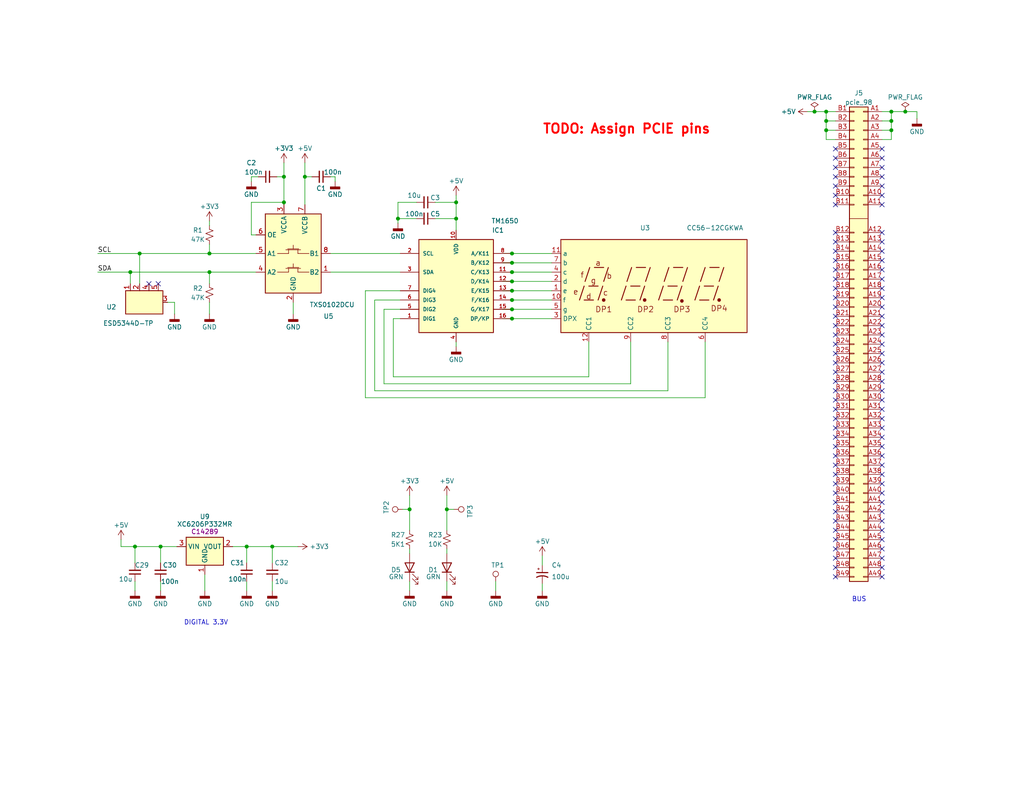
<source format=kicad_sch>
(kicad_sch (version 20230121) (generator eeschema)
  (paper "USLetter")
  (title_block (title "DISPLAY BOARD") (rev "0.2"))
  (lib_symbols
    (symbol "Device:C_Polarized_Small_US" (pin_numbers hide) (pin_names (offset 0.254) hide)
      (property "Reference" "C" (at 0.254 1.778 0))
      (property "Value" "C_Polarized_Small_US" (at 0.254 -2.032 0))
      (symbol "C_Polarized_Small_US_0_1"
        (polyline (pts (xy -1.524 0.508) (xy 1.524 0.508)) (stroke (width 0.3048)))
        (polyline (pts (xy -1.27 1.524) (xy -0.762 1.524)))
        (polyline (pts (xy -1.016 1.27) (xy -1.016 1.778)))
        (arc (start 1.524 -0.762) (mid 0 -0.3734) (end -1.524 -0.762) (stroke (width 0.3048)))
      )
      (symbol "C_Polarized_Small_US_1_1"
        (pin passive line (at 0 2.54 270) (length 2.032) (name "~") (number "1"))
        (pin passive line (at 0 -2.54 90) (length 2.032) (name "~") (number "2"))
      )
    )
    (symbol "Device:C_Small" (pin_numbers hide) (pin_names (offset 0.254) hide)
      (property "Reference" "C" (at 0.254 1.778 0))
      (property "Value" "C_Small" (at 0.254 -2.032 0))
      (symbol "C_Small_0_1"
        (polyline (pts (xy -1.524 -0.508) (xy 1.524 -0.508)) (stroke (width 0.3302)))
        (polyline (pts (xy -1.524 0.508) (xy 1.524 0.508)) (stroke (width 0.3048)))
      )
      (symbol "C_Small_1_1"
        (pin passive line (at 0 2.54 270) (length 2.032) (name "~") (number "1"))
        (pin passive line (at 0 -2.54 90) (length 2.032) (name "~") (number "2"))
      )
    )
    (symbol "Device:LED" (pin_numbers hide) (pin_names (offset 1.016) hide)
      (property "Reference" "D" (at 0 2.54 0))
      (property "Value" "LED" (at 0 -2.54 0))
      (symbol "LED_0_1"
        (polyline (pts (xy -1.27 -1.27) (xy -1.27 1.27)) (stroke (width 0.254)))
        (polyline (pts (xy -1.27 0) (xy 1.27 0)))
        (polyline (pts (xy 1.27 -1.27) (xy 1.27 1.27) (xy -1.27 0) (xy 1.27 -1.27)) (stroke (width 0.254)))
        (polyline (pts (xy -3.048 -0.762) (xy -4.572 -2.286) (xy -3.81 -2.286) (xy -4.572 -2.286) (xy -4.572 -1.524)))
        (polyline (pts (xy -1.778 -0.762) (xy -3.302 -2.286) (xy -2.54 -2.286) (xy -3.302 -2.286) (xy -3.302 -1.524)))
      )
      (symbol "LED_1_1"
        (pin passive line (at -3.81 0 0) (length 2.54) (name "K") (number "1"))
        (pin passive line (at 3.81 0 180) (length 2.54) (name "A") (number "2"))
      )
    )
    (symbol "Device:R_Small_US" (pin_numbers hide) (pin_names (offset 0.254) hide)
      (property "Reference" "R" (at 0.762 0.508 0))
      (property "Value" "R_Small_US" (at 0.762 -1.016 0))
      (symbol "R_Small_US_1_1"
        (polyline (pts (xy 0 0) (xy 1.016 -0.381) (xy 0 -0.762) (xy -1.016 -1.143) (xy 0 -1.524)))
        (polyline (pts (xy 0 1.524) (xy 1.016 1.143) (xy 0 0.762) (xy -1.016 0.381) (xy 0 0)))
        (pin passive line (at 0 2.54 270) (length 1.016) (name "~") (number "1"))
        (pin passive line (at 0 -2.54 90) (length 1.016) (name "~") (number "2"))
      )
    )
    (symbol "ESD5344D_1" (pin_names hide)
      (property "Reference" "U" (at -2.54 7.62 0))
      (property "Value" "esd_x4" (at 0 7.62 0))
      (symbol "ESD5344D_1_0_1"
        (rectangle (start -3.175 6.35) (end 3.175 -3.81) (stroke (width 0.254)) (fill (type background)))
      )
      (symbol "ESD5344D_1_1_1"
        (pin passive line (at -5.08 5.08 0) (length 1.905) (name "D1") (number "1"))
        (pin passive line (at -5.08 2.54 0) (length 1.905) (name "D2") (number "2"))
        (pin power_in line (at 0 -5.08 90) (length 1.27) (name "GND") (number "3"))
        (pin passive line (at -5.08 0 0) (length 1.905) (name "D3") (number "4"))
        (pin passive line (at -5.08 -2.54 0) (length 1.905) (name "D4") (number "5"))
      )
    )
    (symbol "common:GND" (power) (pin_names (offset 0))
      (property "Value" "GND" (at 0 -3.175 0))
      (symbol "GND_0_1"
        (rectangle (start -1.27 -1.524) (end 1.27 -2.032) (stroke (width 0.254)) (fill (type outline)))
        (polyline (pts (xy 0 0) (xy 0 -1.524)))
      )
      (symbol "GND_1_1"
        (pin power_in line (at 0 0 270) (length 0) hide (name "GND") (number "1"))
      )
    )
    (symbol "common:PCIE_98_EDGE" (pin_names (offset 1.016) hide)
      (property "Reference" "J" (at 1.27 40.64 0))
      (property "Value" "pcie_98" (at 20.32 44.45 0))
      (symbol "PCIE_98_EDGE_0_1"
        (polyline (pts (xy 3.81 8.89) (xy -1.27 8.89)))
      )
      (symbol "PCIE_98_EDGE_1_1"
        (rectangle (start -1.27 -89.027) (end 0 -88.773) (stroke (width 0.1524)))
        (rectangle (start -1.27 -86.487) (end 0 -86.233) (stroke (width 0.1524)))
        (rectangle (start -1.27 -83.947) (end 0 -83.693) (stroke (width 0.1524)))
        (rectangle (start -1.27 -81.407) (end 0 -81.153) (stroke (width 0.1524)))
        (rectangle (start -1.27 -78.867) (end 0 -78.613) (stroke (width 0.1524)))
        (rectangle (start -1.27 -76.327) (end 0 -76.073) (stroke (width 0.1524)))
        (rectangle (start -1.27 -73.787) (end 0 -73.533) (stroke (width 0.1524)))
        (rectangle (start -1.27 -71.247) (end 0 -70.993) (stroke (width 0.1524)))
        (rectangle (start -1.27 -68.707) (end 0 -68.453) (stroke (width 0.1524)))
        (rectangle (start -1.27 -66.167) (end 0 -65.913) (stroke (width 0.1524)))
        (rectangle (start -1.27 -63.627) (end 0 -63.373) (stroke (width 0.1524)))
        (rectangle (start -1.27 -61.087) (end 0 -60.833) (stroke (width 0.1524)))
        (rectangle (start -1.27 -58.547) (end 0 -58.293) (stroke (width 0.1524)))
        (rectangle (start -1.27 -56.007) (end 0 -55.753) (stroke (width 0.1524)))
        (rectangle (start -1.27 -53.467) (end 0 -53.213) (stroke (width 0.1524)))
        (rectangle (start -1.27 -50.927) (end 0 -50.673) (stroke (width 0.1524)))
        (rectangle (start -1.27 -48.387) (end 0 -48.133) (stroke (width 0.1524)))
        (rectangle (start -1.27 -17.653) (end 0 -17.907) (stroke (width 0.1524)))
        (rectangle (start -1.27 -15.113) (end 0 -15.367) (stroke (width 0.1524)))
        (rectangle (start -1.27 -12.573) (end 0 -12.827) (stroke (width 0.1524)))
        (rectangle (start -1.27 5.207) (end 0 4.953) (stroke (width 0.1524)))
        (rectangle (start -1.27 12.827) (end 0 12.573) (stroke (width 0.1524)))
        (rectangle (start -1.27 38.227) (end 0 37.973) (stroke (width 0.1524)))
        (rectangle (start -1.27 39.37) (end 3.81 -90.17) (stroke (width 0.254)) (fill (type background)))
        (rectangle (start 0 -45.847) (end -1.27 -45.593) (stroke (width 0.1524)))
        (rectangle (start 0 -43.307) (end -1.27 -43.053) (stroke (width 0.1524)))
        (rectangle (start 0 -40.767) (end -1.27 -40.513) (stroke (width 0.1524)))
        (rectangle (start 0 -38.227) (end -1.27 -37.973) (stroke (width 0.1524)))
        (rectangle (start 0 -35.687) (end -1.27 -35.433) (stroke (width 0.1524)))
        (rectangle (start 0 -33.147) (end -1.27 -32.893) (stroke (width 0.1524)))
        (rectangle (start 0 -30.607) (end -1.27 -30.353) (stroke (width 0.1524)))
        (rectangle (start 0 -28.067) (end -1.27 -27.813) (stroke (width 0.1524)))
        (rectangle (start 0 -25.527) (end -1.27 -25.273) (stroke (width 0.1524)))
        (rectangle (start 0 -22.987) (end -1.27 -22.733) (stroke (width 0.1524)))
        (rectangle (start 0 -20.447) (end -1.27 -20.193) (stroke (width 0.1524)))
        (rectangle (start 0 -10.287) (end -1.27 -10.033) (stroke (width 0.1524)))
        (rectangle (start 0 -7.747) (end -1.27 -7.493) (stroke (width 0.1524)))
        (rectangle (start 0 -5.207) (end -1.27 -4.953) (stroke (width 0.1524)))
        (rectangle (start 0 -2.667) (end -1.27 -2.413) (stroke (width 0.1524)))
        (rectangle (start 0 -0.127) (end -1.27 0.127) (stroke (width 0.1524)))
        (rectangle (start 0 2.413) (end -1.27 2.667) (stroke (width 0.1524)))
        (rectangle (start 0 15.113) (end -1.27 15.367) (stroke (width 0.1524)))
        (rectangle (start 0 17.653) (end -1.27 17.907) (stroke (width 0.1524)))
        (rectangle (start 0 20.193) (end -1.27 20.447) (stroke (width 0.1524)))
        (rectangle (start 0 22.733) (end -1.27 22.987) (stroke (width 0.1524)))
        (rectangle (start 0 25.273) (end -1.27 25.527) (stroke (width 0.1524)))
        (rectangle (start 0 27.813) (end -1.27 28.067) (stroke (width 0.1524)))
        (rectangle (start 0 30.353) (end -1.27 30.607) (stroke (width 0.1524)))
        (rectangle (start 0 32.893) (end -1.27 33.147) (stroke (width 0.1524)))
        (rectangle (start 0 35.433) (end -1.27 35.687) (stroke (width 0.1524)))
        (rectangle (start 2.54 -89.027) (end 3.81 -88.773) (stroke (width 0.1524)))
        (rectangle (start 2.54 -86.487) (end 3.81 -86.233) (stroke (width 0.1524)))
        (rectangle (start 2.54 -83.947) (end 3.81 -83.693) (stroke (width 0.1524)))
        (rectangle (start 2.54 -81.407) (end 3.81 -81.153) (stroke (width 0.1524)))
        (rectangle (start 2.54 -78.867) (end 3.81 -78.613) (stroke (width 0.1524)))
        (rectangle (start 2.54 -76.327) (end 3.81 -76.073) (stroke (width 0.1524)))
        (rectangle (start 2.54 -73.787) (end 3.81 -73.533) (stroke (width 0.1524)))
        (rectangle (start 2.54 -71.247) (end 3.81 -70.993) (stroke (width 0.1524)))
        (rectangle (start 2.54 -68.707) (end 3.81 -68.453) (stroke (width 0.1524)))
        (rectangle (start 2.54 -66.167) (end 3.81 -65.913) (stroke (width 0.1524)))
        (rectangle (start 2.54 -63.627) (end 3.81 -63.373) (stroke (width 0.1524)))
        (rectangle (start 2.54 -61.087) (end 3.81 -60.833) (stroke (width 0.1524)))
        (rectangle (start 2.54 -58.547) (end 3.81 -58.293) (stroke (width 0.1524)))
        (rectangle (start 2.54 -56.007) (end 3.81 -55.753) (stroke (width 0.1524)))
        (rectangle (start 2.54 -53.467) (end 3.81 -53.213) (stroke (width 0.1524)))
        (rectangle (start 2.54 -50.927) (end 3.81 -50.673) (stroke (width 0.1524)))
        (rectangle (start 2.54 -48.387) (end 3.81 -48.133) (stroke (width 0.1524)))
        (rectangle (start 2.54 -45.847) (end 3.81 -45.593) (stroke (width 0.1524)))
        (rectangle (start 2.54 -43.307) (end 3.81 -43.053) (stroke (width 0.1524)))
        (rectangle (start 2.54 -40.767) (end 3.81 -40.513) (stroke (width 0.1524)))
        (rectangle (start 2.54 -38.227) (end 3.81 -37.973) (stroke (width 0.1524)))
        (rectangle (start 2.54 -35.687) (end 3.81 -35.433) (stroke (width 0.1524)))
        (rectangle (start 2.54 -33.147) (end 3.81 -32.893) (stroke (width 0.1524)))
        (rectangle (start 2.54 -30.607) (end 3.81 -30.353) (stroke (width 0.1524)))
        (rectangle (start 2.54 -28.067) (end 3.81 -27.813) (stroke (width 0.1524)))
        (rectangle (start 2.54 -25.527) (end 3.81 -25.273) (stroke (width 0.1524)))
        (rectangle (start 2.54 -22.987) (end 3.81 -22.733) (stroke (width 0.1524)))
        (rectangle (start 2.54 -20.447) (end 3.81 -20.193) (stroke (width 0.1524)))
        (rectangle (start 2.54 -17.653) (end 3.81 -17.907) (stroke (width 0.1524)))
        (rectangle (start 2.54 -15.367) (end 3.81 -15.113) (stroke (width 0.1524)))
        (rectangle (start 2.54 -12.827) (end 3.81 -12.573) (stroke (width 0.1524)))
        (rectangle (start 2.54 -10.287) (end 3.81 -10.033) (stroke (width 0.1524)))
        (rectangle (start 2.54 -7.493) (end 3.81 -7.747) (stroke (width 0.1524)))
        (rectangle (start 2.54 -5.207) (end 3.81 -4.953) (stroke (width 0.1524)))
        (rectangle (start 2.54 -2.667) (end 3.81 -2.413) (stroke (width 0.1524)))
        (rectangle (start 2.54 -0.127) (end 3.81 0.127) (stroke (width 0.1524)))
        (rectangle (start 2.54 2.413) (end 3.81 2.667) (stroke (width 0.1524)))
        (rectangle (start 2.54 5.207) (end 3.81 4.953) (stroke (width 0.1524)))
        (rectangle (start 2.54 12.573) (end 3.81 12.827) (stroke (width 0.1524)))
        (rectangle (start 2.54 15.113) (end 3.81 15.367) (stroke (width 0.1524)))
        (rectangle (start 2.54 17.653) (end 3.81 17.907) (stroke (width 0.1524)))
        (rectangle (start 2.54 20.193) (end 3.81 20.447) (stroke (width 0.1524)))
        (rectangle (start 2.54 22.733) (end 3.81 22.987) (stroke (width 0.1524)))
        (rectangle (start 2.54 25.273) (end 3.81 25.527) (stroke (width 0.1524)))
        (rectangle (start 2.54 27.813) (end 3.81 28.067) (stroke (width 0.1524)))
        (rectangle (start 2.54 30.353) (end 3.81 30.607) (stroke (width 0.1524)))
        (rectangle (start 2.54 32.893) (end 3.81 33.147) (stroke (width 0.1524)))
        (rectangle (start 2.54 35.433) (end 3.81 35.687) (stroke (width 0.1524)))
        (rectangle (start 2.54 38.227) (end 3.81 37.973) (stroke (width 0.1524)))
        (pin passive line (at 7.62 38.1 180) (length 3.81) (name "Pin_a1") (number "A1"))
        (pin passive line (at 7.62 15.24 180) (length 3.81) (name "Pin_a10") (number "A10"))
        (pin passive line (at 7.62 12.7 180) (length 3.81) (name "Pin_A11") (number "A11"))
        (pin passive line (at 7.62 5.08 180) (length 3.81) (name "Pin_a12") (number "A12"))
        (pin passive line (at 7.62 2.54 180) (length 3.81) (name "Pin_a13") (number "A13"))
        (pin passive line (at 7.62 0 180) (length 3.81) (name "Pin_a14") (number "A14"))
        (pin passive line (at 7.62 -2.54 180) (length 3.81) (name "Pin_a15") (number "A15"))
        (pin passive line (at 7.62 -5.08 180) (length 3.81) (name "Pin_a16") (number "A16"))
        (pin passive line (at 7.62 -7.62 180) (length 3.81) (name "Pin_a17") (number "A17"))
        (pin passive line (at 7.62 -10.16 180) (length 3.81) (name "Pin_a18") (number "A18"))
        (pin passive line (at 7.62 -12.7 180) (length 3.81) (name "Pin_a19") (number "A19"))
        (pin passive line (at 7.62 35.56 180) (length 3.81) (name "Pin_a2") (number "A2"))
        (pin passive line (at 7.62 -15.24 180) (length 3.81) (name "Pin_a20") (number "A20"))
        (pin passive line (at 7.62 -17.78 180) (length 3.81) (name "Pin_a21") (number "A21"))
        (pin passive line (at 7.62 -20.32 180) (length 3.81) (name "Pin_a22") (number "A22"))
        (pin passive line (at 7.62 -22.86 180) (length 3.81) (name "Pin_a23") (number "A23"))
        (pin passive line (at 7.62 -25.4 180) (length 3.81) (name "Pin_a24") (number "A24"))
        (pin passive line (at 7.62 -27.94 180) (length 3.81) (name "Pin_a25") (number "A25"))
        (pin passive line (at 7.62 -30.48 180) (length 3.81) (name "Pin_a26") (number "A26"))
        (pin passive line (at 7.62 -33.02 180) (length 3.81) (name "Pin_a27") (number "A27"))
        (pin passive line (at 7.62 -35.56 180) (length 3.81) (name "Pin_a28") (number "A28"))
        (pin passive line (at 7.62 -38.1 180) (length 3.81) (name "Pin_a29") (number "A29"))
        (pin passive line (at 7.62 33.02 180) (length 3.81) (name "Pin_a3") (number "A3"))
        (pin passive line (at 7.62 -40.64 180) (length 3.81) (name "Pin_a30") (number "A30"))
        (pin passive line (at 7.62 -43.18 180) (length 3.81) (name "Pin_a31") (number "A31"))
        (pin passive line (at 7.62 -45.72 180) (length 3.81) (name "Pin_a32") (number "A32"))
        (pin passive line (at 7.62 -48.26 180) (length 3.81) (name "Pin_a33") (number "A33"))
        (pin passive line (at 7.62 -50.8 180) (length 3.81) (name "Pin_a34") (number "A34"))
        (pin passive line (at 7.62 -53.34 180) (length 3.81) (name "Pin_a35") (number "A35"))
        (pin passive line (at 7.62 -55.88 180) (length 3.81) (name "Pin_a36") (number "A36"))
        (pin passive line (at 7.62 -58.42 180) (length 3.81) (name "Pin_a37") (number "A37"))
        (pin passive line (at 7.62 -60.96 180) (length 3.81) (name "Pin_a38") (number "A38"))
        (pin passive line (at 7.62 -63.5 180) (length 3.81) (name "Pin_a39") (number "A39"))
        (pin passive line (at 7.62 30.48 180) (length 3.81) (name "Pin_a4") (number "A4"))
        (pin passive line (at 7.62 -66.04 180) (length 3.81) (name "Pin_a40") (number "A40"))
        (pin passive line (at 7.62 -68.58 180) (length 3.81) (name "Pin_a41") (number "A41"))
        (pin passive line (at 7.62 -71.12 180) (length 3.81) (name "Pin_a42") (number "A42"))
        (pin passive line (at 7.62 -73.66 180) (length 3.81) (name "Pin_a43") (number "A43"))
        (pin passive line (at 7.62 -76.2 180) (length 3.81) (name "Pin_a44") (number "A44"))
        (pin passive line (at 7.62 -78.74 180) (length 3.81) (name "Pin_a45") (number "A45"))
        (pin passive line (at 7.62 -81.28 180) (length 3.81) (name "Pin_a46") (number "A46"))
        (pin passive line (at 7.62 -83.82 180) (length 3.81) (name "Pin_a47") (number "A47"))
        (pin passive line (at 7.62 -86.36 180) (length 3.81) (name "Pin_a48") (number "A48"))
        (pin passive line (at 7.62 -88.9 180) (length 3.81) (name "Pin_a49") (number "A49"))
        (pin passive line (at 7.62 27.94 180) (length 3.81) (name "Pin_a5") (number "A5"))
        (pin passive line (at 7.62 25.4 180) (length 3.81) (name "Pin_a6") (number "A6"))
        (pin passive line (at 7.62 22.86 180) (length 3.81) (name "Pin_a7") (number "A7"))
        (pin passive line (at 7.62 20.32 180) (length 3.81) (name "Pin_a8") (number "A8"))
        (pin passive line (at 7.62 17.78 180) (length 3.81) (name "Pin_a9") (number "A9"))
        (pin passive line (at -5.08 38.1 0) (length 3.81) (name "Pin_b1") (number "B1"))
        (pin passive line (at -5.08 15.24 0) (length 3.81) (name "Pin_b10") (number "B10"))
        (pin passive line (at -5.08 12.7 0) (length 3.81) (name "Pin_b11") (number "B11"))
        (pin passive line (at -5.08 5.08 0) (length 3.81) (name "Pin_b12") (number "B12"))
        (pin passive line (at -5.08 2.54 0) (length 3.81) (name "Pin_b13") (number "B13"))
        (pin passive line (at -5.08 0 0) (length 3.81) (name "Pin_b14") (number "B14"))
        (pin passive line (at -5.08 -2.54 0) (length 3.81) (name "Pin_b15") (number "B15"))
        (pin passive line (at -5.08 -5.08 0) (length 3.81) (name "Pin_b16") (number "B16"))
        (pin passive line (at -5.08 -7.62 0) (length 3.81) (name "Pin_b17") (number "B17"))
        (pin passive line (at -5.08 -10.16 0) (length 3.81) (name "Pin_b18") (number "B18"))
        (pin passive line (at -5.08 -12.7 0) (length 3.81) (name "Pin_b19") (number "B19"))
        (pin passive line (at -5.08 35.56 0) (length 3.81) (name "Pin_b2") (number "B2"))
        (pin passive line (at -5.08 -15.24 0) (length 3.81) (name "Pin_b20") (number "B20"))
        (pin passive line (at -5.08 -17.78 0) (length 3.81) (name "Pin_b21") (number "B21"))
        (pin passive line (at -5.08 -20.32 0) (length 3.81) (name "Pin_b22") (number "B22"))
        (pin passive line (at -5.08 -22.86 0) (length 3.81) (name "Pin_b23") (number "B23"))
        (pin passive line (at -5.08 -25.4 0) (length 3.81) (name "Pin_b24") (number "B24"))
        (pin passive line (at -5.08 -27.94 0) (length 3.81) (name "Pin_b25") (number "B25"))
        (pin passive line (at -5.08 -30.48 0) (length 3.81) (name "Pin_b26") (number "B26"))
        (pin passive line (at -5.08 -33.02 0) (length 3.81) (name "Pin_b27") (number "B27"))
        (pin passive line (at -5.08 -35.56 0) (length 3.81) (name "Pin_b28") (number "B28"))
        (pin passive line (at -5.08 -38.1 0) (length 3.81) (name "Pin_b29") (number "B29"))
        (pin passive line (at -5.08 33.02 0) (length 3.81) (name "Pin_b3") (number "B3"))
        (pin passive line (at -5.08 -40.64 0) (length 3.81) (name "Pin_b30") (number "B30"))
        (pin passive line (at -5.08 -43.18 0) (length 3.81) (name "Pin_b31") (number "B31"))
        (pin passive line (at -5.08 -45.72 0) (length 3.81) (name "Pin_b32") (number "B32"))
        (pin passive line (at -5.08 -48.26 0) (length 3.81) (name "Pin_b33") (number "B33"))
        (pin passive line (at -5.08 -50.8 0) (length 3.81) (name "Pin_b34") (number "B34"))
        (pin passive line (at -5.08 -53.34 0) (length 3.81) (name "Pin_b35") (number "B35"))
        (pin passive line (at -5.08 -55.88 0) (length 3.81) (name "Pin_b36") (number "B36"))
        (pin passive line (at -5.08 -58.42 0) (length 3.81) (name "Pin_b37") (number "B37"))
        (pin passive line (at -5.08 -60.96 0) (length 3.81) (name "Pin_b38") (number "B38"))
        (pin passive line (at -5.08 -63.5 0) (length 3.81) (name "Pin_b39") (number "B39"))
        (pin passive line (at -5.08 30.48 0) (length 3.81) (name "Pin_b4") (number "B4"))
        (pin passive line (at -5.08 -66.04 0) (length 3.81) (name "Pin_b40") (number "B40"))
        (pin passive line (at -5.08 -68.58 0) (length 3.81) (name "Pin_b41") (number "B41"))
        (pin passive line (at -5.08 -71.12 0) (length 3.81) (name "Pin_b42") (number "B42"))
        (pin passive line (at -5.08 -73.66 0) (length 3.81) (name "Pin_b43") (number "B43"))
        (pin passive line (at -5.08 -76.2 0) (length 3.81) (name "Pin_b44") (number "B44"))
        (pin passive line (at -5.08 -78.74 0) (length 3.81) (name "Pin_b45") (number "B45"))
        (pin passive line (at -5.08 -81.28 0) (length 3.81) (name "Pin_46") (number "B46"))
        (pin passive line (at -5.08 -83.82 0) (length 3.81) (name "Pin_b47") (number "B47"))
        (pin passive line (at -5.08 -86.36 0) (length 3.81) (name "Pin_b48") (number "B48"))
        (pin passive line (at -5.08 -88.9 0) (length 3.81) (name "Pin_b49") (number "B49"))
        (pin passive line (at -5.08 27.94 0) (length 3.81) (name "Pin_b5") (number "B5"))
        (pin passive line (at -5.08 25.4 0) (length 3.81) (name "Pin_b6") (number "B6"))
        (pin passive line (at -5.08 22.86 0) (length 3.81) (name "Pin_b7") (number "B7"))
        (pin passive line (at -5.08 20.32 0) (length 3.81) (name "Pin_b8") (number "B8"))
        (pin passive line (at -5.08 17.78 0) (length 3.81) (name "Pin_b9") (number "B9"))
      )
    )
    (symbol "common:TestPoint" (pin_numbers hide) (pin_names (offset 0.762) hide)
      (property "Reference" "TP" (at 0 6.858 0))
      (property "Value" "TestPoint" (at 0 5.08 0))
      (symbol "TestPoint_0_1"
        (circle (center 0 3.302) (radius 0.762))
      )
      (symbol "TestPoint_1_1"
        (pin passive line (at 0 1.27 90) (length 1.27) (name "1") (number "1"))
      )
    )
    (symbol "display:CC56-12CGKWA"
      (property "Reference" "U" (at -24.13 13.97 0))
      (property "Value" "CC56-12CGKWA" (at 17.78 13.97 0))
      (symbol "CC56-12CGKWA_0_0"
        (rectangle (start -25.4 12.7) (end 25.4 -12.7) (stroke (width 0.254)) (fill (type background)))
        (polyline (pts (xy -20.32 -3.81) (xy -19.05 0)) (stroke (width 0.254)))
        (polyline (pts (xy -19.05 -3.81) (xy -16.51 -3.81)) (stroke (width 0.254)))
        (polyline (pts (xy -18.796 1.27) (xy -17.526 5.08)) (stroke (width 0.254)))
        (polyline (pts (xy -17.78 0) (xy -15.24 0)) (stroke (width 0.254)))
        (polyline (pts (xy -16.256 5.08) (xy -13.716 5.08)) (stroke (width 0.254)))
        (polyline (pts (xy -15.24 -3.81) (xy -13.97 0)) (stroke (width 0.254)))
        (polyline (pts (xy -13.716 1.27) (xy -12.446 5.08)) (stroke (width 0.254)))
        (polyline (pts (xy -8.89 -3.81) (xy -7.62 0)) (stroke (width 0.254)))
        (polyline (pts (xy -7.62 -3.81) (xy -5.08 -3.81)) (stroke (width 0.254)))
        (polyline (pts (xy -7.366 1.27) (xy -6.096 5.08)) (stroke (width 0.254)))
        (polyline (pts (xy -6.35 0) (xy -3.81 0)) (stroke (width 0.254)))
        (polyline (pts (xy -4.826 5.08) (xy -2.286 5.08)) (stroke (width 0.254)))
        (polyline (pts (xy -3.81 -3.81) (xy -2.54 0)) (stroke (width 0.254)))
        (polyline (pts (xy -2.286 1.27) (xy -1.016 5.08)) (stroke (width 0.254)))
        (polyline (pts (xy 1.27 -3.81) (xy 2.54 0)) (stroke (width 0.254)))
        (polyline (pts (xy 2.54 -3.81) (xy 5.08 -3.81)) (stroke (width 0.254)))
        (polyline (pts (xy 2.794 1.27) (xy 4.064 5.08)) (stroke (width 0.254)))
        (polyline (pts (xy 3.81 0) (xy 6.35 0)) (stroke (width 0.254)))
        (polyline (pts (xy 5.334 5.08) (xy 7.874 5.08)) (stroke (width 0.254)))
        (polyline (pts (xy 6.35 -3.81) (xy 7.62 0)) (stroke (width 0.254)))
        (polyline (pts (xy 7.874 1.27) (xy 9.144 5.08)) (stroke (width 0.254)))
        (polyline (pts (xy 11.176 -3.81) (xy 12.446 0)) (stroke (width 0.254)))
        (polyline (pts (xy 12.446 -3.81) (xy 14.986 -3.81)) (stroke (width 0.254)))
        (polyline (pts (xy 12.7 1.27) (xy 13.97 5.08)) (stroke (width 0.254)))
        (polyline (pts (xy 13.716 0) (xy 16.256 0)) (stroke (width 0.254)))
        (polyline (pts (xy 15.24 5.08) (xy 17.78 5.08)) (stroke (width 0.254)))
        (polyline (pts (xy 16.256 -3.81) (xy 17.526 0)) (stroke (width 0.254)))
        (polyline (pts (xy 17.78 1.27) (xy 19.05 5.08)) (stroke (width 0.254)))
        (text "a" (at -15.24 6.35 0) (effects (font (size 1.524 1.524))))
        (text "b" (at -12.192 2.794 0) (effects (font (size 1.524 1.524))))
        (text "c" (at -13.208 -1.778 0) (effects (font (size 1.524 1.524))))
        (text "d" (at -17.78 -2.794 0) (effects (font (size 1.524 1.524))))
        (text "DP1" (at -13.716 -6.35 0) (effects (font (size 1.524 1.524))))
        (text "DP2" (at -2.286 -6.35 0) (effects (font (size 1.524 1.524))))
        (text "DP3" (at 7.62 -6.35 0) (effects (font (size 1.524 1.524))))
        (text "DP4" (at 17.78 -6.096 0) (effects (font (size 1.524 1.524))))
        (text "e" (at -21.336 -1.524 0) (effects (font (size 1.524 1.524))))
        (text "f" (at -19.558 3.048 0) (effects (font (size 1.524 1.524))))
        (text "g" (at -16.51 1.524 0) (effects (font (size 1.524 1.524))))
      )
      (symbol "CC56-12CGKWA_0_1"
        (circle (center -13.716 -3.81) (radius 0.3556) (stroke (width 0.254)) (fill (type outline)))
        (circle (center -2.54 -3.81) (radius 0.3556) (stroke (width 0.254)) (fill (type outline)))
      )
      (symbol "CC56-12CGKWA_1_0"
        (circle (center 7.62 -4.064) (radius 0.3556) (stroke (width 0.254)) (fill (type outline)))
        (circle (center 17.78 -3.81) (radius 0.3556) (stroke (width 0.254)) (fill (type outline)))
      )
      (symbol "CC56-12CGKWA_1_1"
        (pin input line (at -27.94 -1.27 0) (length 2.54) (name "e") (number "1"))
        (pin input line (at -27.94 -3.81 0) (length 2.54) (name "f") (number "10"))
        (pin input line (at -27.94 8.89 0) (length 2.54) (name "a") (number "11"))
        (pin input line (at -17.78 -15.24 90) (length 2.54) (name "CC1") (number "12"))
        (pin input line (at -27.94 1.27 0) (length 2.54) (name "d") (number "2"))
        (pin input line (at -27.94 -8.89 0) (length 2.54) (name "DPX") (number "3"))
        (pin input line (at -27.94 3.81 0) (length 2.54) (name "c") (number "4"))
        (pin input line (at -27.94 -6.35 0) (length 2.54) (name "g") (number "5"))
        (pin input line (at 13.97 -15.24 90) (length 2.54) (name "CC4") (number "6"))
        (pin input line (at -27.94 6.35 0) (length 2.54) (name "b") (number "7"))
        (pin input line (at 3.81 -15.24 90) (length 2.54) (name "CC3") (number "8"))
        (pin input line (at -6.35 -15.24 90) (length 2.54) (name "CC2") (number "9"))
      )
    )
    (symbol "display:TM1650" (pin_names (offset 1.016))
      (property "Reference" "IC" (at 26.67 7.62 0))
      (property "Value" "TM1650" (at 26.67 5.08 0))
      (symbol "TM1650_0_0"
        (rectangle (start 5.08 3.81) (end 25.4 -21.59) (stroke (width 0.254)) (fill (type background)))
        (pin bidirectional line (at 0 -17.78 0) (length 5.08) (name "DIG1") (number "1"))
        (pin bidirectional line (at 30.48 -5.08 180) (length 5.08) (name "C/K13") (number "11"))
        (pin bidirectional line (at 30.48 -7.62 180) (length 5.08) (name "D/K14") (number "12"))
        (pin bidirectional line (at 30.48 -10.16 180) (length 5.08) (name "E/K15") (number "13"))
        (pin bidirectional line (at 30.48 -12.7 180) (length 5.08) (name "F/K16") (number "14"))
        (pin bidirectional line (at 30.48 -15.24 180) (length 5.08) (name "G/K17") (number "15"))
        (pin bidirectional line (at 30.48 -17.78 180) (length 5.08) (name "DP/KP") (number "16"))
        (pin input line (at 0 0 0) (length 5.08) (name "SCL") (number "2"))
        (pin input line (at 0 -5.08 0) (length 5.08) (name "SDA") (number "3"))
        (pin bidirectional line (at 0 -15.24 0) (length 5.08) (name "DIG2") (number "5"))
        (pin bidirectional line (at 0 -12.7 0) (length 5.08) (name "DIG3") (number "6"))
        (pin bidirectional line (at 0 -10.16 0) (length 5.08) (name "DIG4") (number "7"))
        (pin bidirectional line (at 30.48 0 180) (length 5.08) (name "A/K11") (number "8"))
        (pin bidirectional line (at 30.48 -2.54 180) (length 5.08) (name "B/K12") (number "9"))
      )
      (symbol "TM1650_1_0"
        (pin power_in line (at 15.24 6.35 270) (length 2.54) (name "VDD") (number "10"))
        (pin power_in line (at 15.24 -24.13 90) (length 2.54) (name "GND") (number "4"))
      )
    )
    (symbol "display:TXS0102DCU"
      (property "Reference" "U" (at 13.97 12.065 0))
      (property "Value" "TXS0102DCU" (at 8.255 15.24 0))
      (symbol "TXS0102DCU_0_1"
        (rectangle (start -7.62 13.335) (end 7.62 -8.255) (stroke (width 0.254)) (fill (type background)))
        (polyline (pts (xy -4.318 -2.54) (xy -1.27 -2.54)))
        (polyline (pts (xy -2.032 -1.524) (xy 2.032 -1.524)))
        (polyline (pts (xy -1.524 -1.27) (xy 1.524 -1.27)))
        (polyline (pts (xy -1.27 -2.54) (xy -1.27 -1.524)))
        (polyline (pts (xy 0 -1.27) (xy 0 -0.254)))
        (polyline (pts (xy 1.27 -2.54) (xy 1.27 -1.524)))
        (polyline (pts (xy 4.318 -2.54) (xy 1.27 -2.54)))
      )
      (symbol "TXS0102DCU_1_1"
        (polyline (pts (xy -4.318 2.54) (xy -1.27 2.54)))
        (polyline (pts (xy -2.032 3.556) (xy 2.032 3.556)))
        (polyline (pts (xy -1.524 3.81) (xy 1.524 3.81)))
        (polyline (pts (xy -1.27 2.54) (xy -1.27 3.556)))
        (polyline (pts (xy 0 3.81) (xy 0 4.826)))
        (polyline (pts (xy 1.27 2.54) (xy 1.27 3.556)))
        (polyline (pts (xy 4.318 2.54) (xy 1.27 2.54)))
        (pin bidirectional line (at 10.16 -2.54 180) (length 2.54) (name "B2") (number "1"))
        (pin power_in line (at 0 -10.795 90) (length 2.54) (name "GND") (number "2"))
        (pin power_in line (at -2.54 15.875 270) (length 2.54) (name "VCCA") (number "3"))
        (pin bidirectional line (at -10.16 -2.54 0) (length 2.54) (name "A2") (number "4"))
        (pin bidirectional line (at -10.16 2.54 0) (length 2.54) (name "A1") (number "5"))
        (pin input line (at -10.16 7.62 0) (length 2.54) (name "OE") (number "6"))
        (pin power_in line (at 3.175 15.875 270) (length 2.54) (name "VCCB") (number "7"))
        (pin bidirectional line (at 10.16 2.54 180) (length 2.54) (name "B1") (number "8"))
      )
    )
    (symbol "display:XC6206P332MR"
      (property "Reference" "U" (at -5.08 -3.81 0))
      (property "Value" "XC6206P332MR" (at 0 6.35 0))
      (property "LCSC" "C14289" (at -10.16 -1.27 0))
      (symbol "XC6206P332MR_0_1"
        (rectangle (start -5.08 5.08) (end 5.08 -2.54) (stroke (width 0.254)) (fill (type background)))
      )
      (symbol "XC6206P332MR_1_1"
        (pin power_in line (at 0 -5.08 90) (length 2.54) (name "GND") (number "1"))
        (pin power_out line (at 7.62 2.54 180) (length 2.54) (name "VOUT") (number "2"))
        (pin power_in line (at -7.62 2.54 0) (length 2.54) (name "VIN") (number "3"))
      )
    )
    (symbol "power:+3V3" (power) (pin_names (offset 0))
      (property "Value" "+3V3" (at 0 3.556 0))
      (symbol "+3V3_0_1"
        (polyline (pts (xy -0.762 1.27) (xy 0 2.54)))
        (polyline (pts (xy 0 0) (xy 0 2.54)))
        (polyline (pts (xy 0 2.54) (xy 0.762 1.27)))
      )
      (symbol "+3V3_1_1"
        (pin power_in line (at 0 0 90) (length 0) hide (name "+3V3") (number "1"))
      )
    )
    (symbol "power:+5V" (power) (pin_names (offset 0))
      (property "Value" "+5V" (at 0 3.556 0))
      (symbol "+5V_0_1"
        (polyline (pts (xy -0.762 1.27) (xy 0 2.54)))
        (polyline (pts (xy 0 0) (xy 0 2.54)))
        (polyline (pts (xy 0 2.54) (xy 0.762 1.27)))
      )
      (symbol "+5V_1_1"
        (pin power_in line (at 0 0 90) (length 0) hide (name "+5V") (number "1"))
      )
    )
    (symbol "power:PWR_FLAG" (power) (pin_numbers hide) (pin_names (offset 0) hide)
      (property "Value" "PWR_FLAG" (at 0 3.81 0))
      (symbol "PWR_FLAG_0_0"
        (pin power_out line (at 0 0 90) (length 0) (name "pwr") (number "1"))
      )
      (symbol "PWR_FLAG_0_1"
        (polyline (pts (xy 0 0) (xy 0 1.27) (xy -1.016 1.905) (xy 0 2.54) (xy 1.016 1.905) (xy 0 1.27)))
      )
    )
  )
  (junction (at 83.185 48.26))
  (junction (at 139.7 81.915))
  (junction (at 139.7 79.375))
  (junction (at 36.83 149.225))
  (junction (at 139.7 71.755))
  (junction (at 121.92 139.065))
  (junction (at 139.7 76.835))
  (junction (at 225.425 33.02))
  (junction (at 243.205 30.48))
  (junction (at 108.585 59.69))
  (junction (at 139.7 69.215))
  (junction (at 38.1 69.215))
  (junction (at 57.15 69.215))
  (junction (at 77.47 48.26))
  (junction (at 67.31 149.225))
  (junction (at 111.76 139.065))
  (junction (at 74.295 149.225))
  (junction (at 124.46 59.69))
  (junction (at 139.7 86.995))
  (junction (at 222.25 30.48))
  (junction (at 243.205 33.02))
  (junction (at 35.56 74.295))
  (junction (at 247.015 30.48))
  (junction (at 124.46 55.245))
  (junction (at 77.47 55.245))
  (junction (at 139.7 74.295))
  (junction (at 57.15 74.295))
  (junction (at 243.205 35.56))
  (junction (at 43.815 149.225))
  (junction (at 225.425 35.56))
  (junction (at 225.425 30.48))
  (junction (at 139.7 84.455))
  (no_connect (at 240.665 48.26))
  (no_connect (at 227.965 53.34))
  (no_connect (at 227.965 45.72))
  (no_connect (at 240.665 132.08))
  (no_connect (at 227.965 91.44))
  (no_connect (at 240.665 96.52))
  (no_connect (at 240.665 91.44))
  (no_connect (at 227.965 40.64))
  (no_connect (at 227.965 106.68))
  (no_connect (at 227.965 149.86))
  (no_connect (at 240.665 149.86))
  (no_connect (at 240.665 99.06))
  (no_connect (at 240.665 53.34))
  (no_connect (at 40.64 77.47))
  (no_connect (at 227.965 73.66))
  (no_connect (at 227.965 88.9))
  (no_connect (at 240.665 78.74))
  (no_connect (at 240.665 106.68))
  (no_connect (at 240.665 119.38))
  (no_connect (at 227.965 139.7))
  (no_connect (at 240.665 101.6))
  (no_connect (at 227.965 154.94))
  (no_connect (at 240.665 157.48))
  (no_connect (at 227.965 127))
  (no_connect (at 227.965 68.58))
  (no_connect (at 240.665 144.78))
  (no_connect (at 240.665 71.12))
  (no_connect (at 227.965 93.98))
  (no_connect (at 227.965 81.28))
  (no_connect (at 227.965 144.78))
  (no_connect (at 240.665 109.22))
  (no_connect (at 240.665 40.64))
  (no_connect (at 240.665 139.7))
  (no_connect (at 240.665 154.94))
  (no_connect (at 227.965 137.16))
  (no_connect (at 240.665 43.18))
  (no_connect (at 240.665 73.66))
  (no_connect (at 227.965 132.08))
  (no_connect (at 227.965 124.46))
  (no_connect (at 240.665 127))
  (no_connect (at 240.665 68.58))
  (no_connect (at 227.965 71.12))
  (no_connect (at 227.965 63.5))
  (no_connect (at 227.965 121.92))
  (no_connect (at 240.665 93.98))
  (no_connect (at 43.18 77.47))
  (no_connect (at 227.965 99.06))
  (no_connect (at 227.965 83.82))
  (no_connect (at 240.665 81.28))
  (no_connect (at 227.965 50.8))
  (no_connect (at 227.965 78.74))
  (no_connect (at 240.665 50.8))
  (no_connect (at 240.665 104.14))
  (no_connect (at 227.965 76.2))
  (no_connect (at 240.665 114.3))
  (no_connect (at 227.965 43.18))
  (no_connect (at 240.665 124.46))
  (no_connect (at 227.965 86.36))
  (no_connect (at 240.665 121.92))
  (no_connect (at 227.965 129.54))
  (no_connect (at 227.965 48.26))
  (no_connect (at 240.665 55.88))
  (no_connect (at 240.665 116.84))
  (no_connect (at 227.965 147.32))
  (no_connect (at 240.665 134.62))
  (no_connect (at 240.665 83.82))
  (no_connect (at 227.965 134.62))
  (no_connect (at 227.965 104.14))
  (no_connect (at 240.665 137.16))
  (no_connect (at 227.965 109.22))
  (no_connect (at 227.965 114.3))
  (no_connect (at 227.965 101.6))
  (no_connect (at 227.965 66.04))
  (no_connect (at 227.965 96.52))
  (no_connect (at 240.665 129.54))
  (no_connect (at 227.965 119.38))
  (no_connect (at 227.965 55.88))
  (no_connect (at 227.965 116.84))
  (no_connect (at 227.965 111.76))
  (no_connect (at 240.665 152.4))
  (no_connect (at 227.965 152.4))
  (no_connect (at 240.665 45.72))
  (no_connect (at 227.965 142.24))
  (no_connect (at 240.665 142.24))
  (no_connect (at 240.665 147.32))
  (no_connect (at 240.665 76.2))
  (no_connect (at 240.665 88.9))
  (no_connect (at 227.965 157.48))
  (no_connect (at 240.665 63.5))
  (no_connect (at 240.665 86.36))
  (no_connect (at 240.665 111.76))
  (no_connect (at 240.665 66.04))
  (wire (pts (xy 99.695 79.375) (xy 99.695 108.585)))
  (wire (pts (xy 111.76 149.86) (xy 111.76 151.13)))
  (wire (pts (xy 243.205 33.02) (xy 243.205 30.48)))
  (wire (pts (xy 107.315 102.87) (xy 160.655 102.87)))
  (wire (pts (xy 57.15 69.215) (xy 69.85 69.215)))
  (wire (pts (xy 74.295 149.225) (xy 81.28 149.225)))
  (wire (pts (xy 26.67 69.215) (xy 38.1 69.215)))
  (wire (pts (xy 104.775 84.455) (xy 104.775 104.775)))
  (wire (pts (xy 74.295 158.75) (xy 74.295 161.29)))
  (wire (pts (xy 121.92 149.86) (xy 121.92 151.13)))
  (wire (pts (xy 124.46 93.345) (xy 124.46 94.615)))
  (wire (pts (xy 33.02 147.32) (xy 33.02 149.225)))
  (wire (pts (xy 35.56 74.295) (xy 35.56 77.47)))
  (wire (pts (xy 104.775 104.775) (xy 172.085 104.775)))
  (wire (pts (xy 38.1 69.215) (xy 38.1 77.47)))
  (wire (pts (xy 90.17 74.295) (xy 109.22 74.295)))
  (wire (pts (xy 118.745 55.245) (xy 124.46 55.245)))
  (wire (pts (xy 36.83 158.75) (xy 36.83 161.29)))
  (wire (pts (xy 243.205 35.56) (xy 243.205 33.02)))
  (wire (pts (xy 111.76 135.255) (xy 111.76 139.065)))
  (wire (pts (xy 172.085 104.775) (xy 172.085 93.345)))
  (wire (pts (xy 240.665 33.02) (xy 243.205 33.02)))
  (wire (pts (xy 77.47 55.245) (xy 77.47 55.88)))
  (wire (pts (xy 68.58 64.135) (xy 69.85 64.135)))
  (wire (pts (xy 118.745 59.69) (xy 124.46 59.69)))
  (wire (pts (xy 139.7 86.995) (xy 150.495 86.995)))
  (wire (pts (xy 247.015 30.48) (xy 250.19 30.48)))
  (wire (pts (xy 137.16 74.295) (xy 139.7 74.295)))
  (wire (pts (xy 102.235 81.915) (xy 102.235 106.68)))
  (wire (pts (xy 57.15 82.55) (xy 57.15 85.725)))
  (wire (pts (xy 35.56 74.295) (xy 57.15 74.295)))
  (wire (pts (xy 75.565 48.26) (xy 77.47 48.26)))
  (wire (pts (xy 121.92 135.255) (xy 121.92 139.065)))
  (wire (pts (xy 36.83 149.225) (xy 36.83 153.67)))
  (wire (pts (xy 57.15 74.295) (xy 69.85 74.295)))
  (wire (pts (xy 55.88 156.845) (xy 55.88 161.29)))
  (wire (pts (xy 243.205 38.1) (xy 243.205 35.56)))
  (wire (pts (xy 137.16 86.995) (xy 139.7 86.995)))
  (wire (pts (xy 77.47 48.26) (xy 77.47 55.245)))
  (wire (pts (xy 240.665 30.48) (xy 243.205 30.48)))
  (wire (pts (xy 225.425 30.48) (xy 222.25 30.48)))
  (wire (pts (xy 83.185 48.26) (xy 83.185 55.88)))
  (wire (pts (xy 104.775 84.455) (xy 109.22 84.455)))
  (wire (pts (xy 135.255 158.75) (xy 135.255 161.29)))
  (wire (pts (xy 70.485 48.26) (xy 68.58 48.26)))
  (wire (pts (xy 68.58 55.245) (xy 68.58 64.135)))
  (wire (pts (xy 57.15 66.675) (xy 57.15 69.215)))
  (wire (pts (xy 43.815 149.225) (xy 48.26 149.225)))
  (wire (pts (xy 108.585 55.245) (xy 108.585 59.69)))
  (wire (pts (xy 137.16 81.915) (xy 139.7 81.915)))
  (wire (pts (xy 67.31 149.225) (xy 67.31 153.67)))
  (wire (pts (xy 68.58 48.26) (xy 68.58 49.53)))
  (wire (pts (xy 121.92 139.065) (xy 121.92 144.78)))
  (wire (pts (xy 111.76 158.75) (xy 111.76 161.29)))
  (wire (pts (xy 227.965 38.1) (xy 225.425 38.1)))
  (wire (pts (xy 139.7 84.455) (xy 150.495 84.455)))
  (wire (pts (xy 43.815 153.67) (xy 43.815 149.225)))
  (wire (pts (xy 160.655 102.87) (xy 160.655 93.345)))
  (wire (pts (xy 63.5 149.225) (xy 67.31 149.225)))
  (wire (pts (xy 57.15 74.295) (xy 57.15 77.47)))
  (wire (pts (xy 83.185 44.45) (xy 83.185 48.26)))
  (wire (pts (xy 26.67 74.295) (xy 35.56 74.295)))
  (wire (pts (xy 192.405 108.585) (xy 192.405 93.345)))
  (wire (pts (xy 111.76 139.065) (xy 111.76 144.78)))
  (wire (pts (xy 139.7 71.755) (xy 150.495 71.755)))
  (wire (pts (xy 137.16 84.455) (xy 139.7 84.455)))
  (wire (pts (xy 147.955 159.385) (xy 147.955 161.29)))
  (wire (pts (xy 102.235 106.68) (xy 182.245 106.68)))
  (wire (pts (xy 38.1 69.215) (xy 57.15 69.215)))
  (wire (pts (xy 225.425 30.48) (xy 225.425 33.02)))
  (wire (pts (xy 67.31 149.225) (xy 74.295 149.225)))
  (wire (pts (xy 137.16 71.755) (xy 139.7 71.755)))
  (wire (pts (xy 225.425 35.56) (xy 227.965 35.56)))
  (wire (pts (xy 240.665 35.56) (xy 243.205 35.56)))
  (wire (pts (xy 90.17 69.215) (xy 109.22 69.215)))
  (wire (pts (xy 108.585 59.69) (xy 108.585 60.96)))
  (wire (pts (xy 121.92 139.065) (xy 123.825 139.065)))
  (wire (pts (xy 91.44 48.26) (xy 91.44 49.53)))
  (wire (pts (xy 107.315 86.995) (xy 109.22 86.995)))
  (wire (pts (xy 139.7 79.375) (xy 150.495 79.375)))
  (wire (pts (xy 225.425 35.56) (xy 225.425 38.1)))
  (wire (pts (xy 107.315 86.995) (xy 107.315 102.87)))
  (wire (pts (xy 67.31 158.75) (xy 67.31 161.29)))
  (wire (pts (xy 43.815 158.75) (xy 43.815 161.29)))
  (wire (pts (xy 227.965 30.48) (xy 225.425 30.48)))
  (wire (pts (xy 137.16 79.375) (xy 139.7 79.375)))
  (wire (pts (xy 45.72 82.55) (xy 47.625 82.55)))
  (wire (pts (xy 150.495 69.215) (xy 139.7 69.215)))
  (wire (pts (xy 99.695 108.585) (xy 192.405 108.585)))
  (wire (pts (xy 83.185 48.26) (xy 85.09 48.26)))
  (wire (pts (xy 108.585 59.69) (xy 113.665 59.69)))
  (wire (pts (xy 36.83 149.225) (xy 43.815 149.225)))
  (wire (pts (xy 109.855 139.065) (xy 111.76 139.065)))
  (wire (pts (xy 90.17 48.26) (xy 91.44 48.26)))
  (wire (pts (xy 182.245 106.68) (xy 182.245 93.345)))
  (wire (pts (xy 240.665 38.1) (xy 243.205 38.1)))
  (wire (pts (xy 250.19 30.48) (xy 250.19 32.385)))
  (wire (pts (xy 74.295 149.225) (xy 74.295 153.67)))
  (wire (pts (xy 47.625 82.55) (xy 47.625 85.725)))
  (wire (pts (xy 77.47 44.45) (xy 77.47 48.26)))
  (wire (pts (xy 139.7 76.835) (xy 150.495 76.835)))
  (wire (pts (xy 243.205 30.48) (xy 247.015 30.48)))
  (wire (pts (xy 137.16 76.835) (xy 139.7 76.835)))
  (wire (pts (xy 99.695 79.375) (xy 109.22 79.375)))
  (wire (pts (xy 77.47 55.245) (xy 68.58 55.245)))
  (wire (pts (xy 57.15 60.325) (xy 57.15 61.595)))
  (wire (pts (xy 124.46 53.34) (xy 124.46 55.245)))
  (wire (pts (xy 225.425 33.02) (xy 225.425 35.56)))
  (wire (pts (xy 113.665 55.245) (xy 108.585 55.245)))
  (wire (pts (xy 222.25 30.48) (xy 220.345 30.48)))
  (wire (pts (xy 102.235 81.915) (xy 109.22 81.915)))
  (wire (pts (xy 124.46 59.69) (xy 124.46 62.865)))
  (wire (pts (xy 137.16 69.215) (xy 139.7 69.215)))
  (wire (pts (xy 80.01 82.55) (xy 80.01 85.725)))
  (wire (pts (xy 147.955 151.765) (xy 147.955 154.305)))
  (wire (pts (xy 124.46 55.245) (xy 124.46 59.69)))
  (wire (pts (xy 139.7 81.915) (xy 150.495 81.915)))
  (wire (pts (xy 225.425 33.02) (xy 227.965 33.02)))
  (wire (pts (xy 139.7 74.295) (xy 150.495 74.295)))
  (wire (pts (xy 33.02 149.225) (xy 36.83 149.225)))
  (wire (pts (xy 121.92 158.75) (xy 121.92 161.29)))
  (text "BUS" (at 232.41 164.465 0) (effects (font (size 1.27 1.27)) (justify left bottom)))
  (text "TODO: Assign PCIE pins" (at 147.955 36.83 0) (effects (font (size 2.54 2.54) (thickness 0.508) bold) (justify left bottom)))
  (text "DIGITAL 3.3V" (at 50.165 170.815 0) (effects (font (size 1.27 1.27)) (justify left bottom)))
  (label "SCL" (at 26.67 69.215 0))
  (label "SDA" (at 26.67 74.295 0))
  (symbol (lib_id "Device:R_Small_US") (at 121.92 147.32 0) (unit 1)
    (property "Reference" "R23" (at 118.745 146.05 0))
    (property "Value" "10K" (at 118.745 148.59 0))
    (property "Footprint" "Resistor_SMD:R_0402_1005Metric" (effects hide))
    (property "LCSC" "C25744" (effects hide))
  )
  (symbol (lib_name "ESD5344D_1") (lib_id "common:ESD5344D") (at 40.64 82.55 90) (mirror x) (unit 1)
    (property "Reference" "U2" (at 31.75 83.82 90) (effects (justify left)))
    (property "Value" "ESD5344D-TP" (at 41.91 88.265 90) (effects (justify left)))
    (property "Footprint" "common:Diodes_UDFN-10_1.0x2.5mm_P0.5mm" (effects hide))
    (property "LCSC" "C2841840" (effects hide))
  )
  (symbol (lib_id "common:PCIE_98_EDGE") (at 233.045 68.58 0) (unit 1) (in_bom no)
    (property "Reference" "J5" (at 234.315 25.4 0))
    (property "Value" "pcie_98" (at 234.315 27.94 0))
    (property "Footprint" "common:PCIE_98_CARD" (effects hide))
    (property "LCSC" "DNP" (effects hide))
  )
  (symbol (lib_id "Device:R_Small_US") (at 57.15 80.01 0) (unit 1)
    (property "Reference" "R2" (at 53.975 78.74 0))
    (property "Value" "47K" (at 53.975 81.28 0))
    (property "Footprint" "Resistor_SMD:R_0402_1005Metric" (effects hide))
  )
  (symbol (lib_id "common:GND") (at 80.01 85.725 0) (unit 1)
    (property "Reference" "#PWR04" (effects hide))
    (property "Value" "GND" (at 80.01 89.289 0))
  )
  (symbol (lib_id "power:+5V") (at 124.46 53.34 0) (unit 1)
    (property "Reference" "#PWR012" (effects hide))
    (property "Value" "+5V" (at 124.46 49.395 0))
  )
  (symbol (lib_id "Device:C_Small") (at 87.63 48.26 270) (unit 1)
    (property "Reference" "C1" (at 87.63 51.435 90))
    (property "Value" "100n" (at 90.805 46.99 90))
    (property "Footprint" "Capacitor_SMD:C_0402_1005Metric" (effects hide))
    (property "LCSC" "C1525" (effects hide))
  )
  (symbol (lib_id "common:GND") (at 250.19 32.385 0) (unit 1)
    (property "Reference" "#PWR05" (effects hide))
    (property "Value" "GND" (at 250.19 35.949 0))
  )
  (symbol (lib_id "common:GND") (at 147.955 161.29 0) (unit 1)
    (property "Reference" "#PWR021" (effects hide))
    (property "Value" "GND" (at 147.955 164.854 0))
  )
  (symbol (lib_id "Device:R_Small_US") (at 57.15 64.135 0) (unit 1)
    (property "Reference" "R1" (at 53.975 62.865 0))
    (property "Value" "47K" (at 53.975 65.405 0))
    (property "Footprint" "Resistor_SMD:R_0402_1005Metric" (effects hide))
  )
  (symbol (lib_id "power:+5V") (at 220.345 30.48 90) (unit 1)
    (property "Reference" "#PWR01" (effects hide))
    (property "Value" "+5V" (at 217.1701 30.48 90) (effects (justify left)))
  )
  (symbol (lib_id "power:+5V") (at 147.955 151.765 0) (unit 1)
    (property "Reference" "#PWR018" (effects hide))
    (property "Value" "+5V" (at 147.955 147.82 0))
  )
  (symbol (lib_id "power:+3V3") (at 81.28 149.225 270) (unit 1)
    (property "Reference" "#PWR011" (effects hide))
    (property "Value" "+3V3" (at 84.455 149.225 90) (effects (justify left)))
  )
  (symbol (lib_id "common:GND") (at 91.44 49.53 0) (unit 1)
    (property "Reference" "#PWR016" (effects hide))
    (property "Value" "GND" (at 91.44 53.094 0))
  )
  (symbol (lib_id "display:XC6206P332MR") (at 55.88 151.765 0) (unit 1)
    (property "Reference" "U9" (at 55.88 141.057 0))
    (property "Value" "XC6206P332MR" (at 55.88 143.105 0))
    (property "Footprint" "Package_TO_SOT_SMD:SOT-89-3" (effects hide))
    (property "Datasheet" "https://www.holtek.com/documents/10179/116711/HT75xx-1v250.pdf" (effects hide))
    (property "LCSC" "C14289" (at 55.88 145.153 0))
    (property "JLCRotOffset" "180" (effects hide))
  )
  (symbol (lib_id "Device:C_Small") (at 36.83 156.21 180) (unit 1)
    (property "Reference" "C29" (at 38.735 154.305 0))
    (property "Value" "10u" (at 34.29 158.115 0))
    (property "Footprint" "Capacitor_SMD:C_0603_1608Metric" (effects hide))
    (property "LCSC" "C19702" (effects hide))
  )
  (symbol (lib_id "Device:C_Small") (at 116.205 59.69 270) (unit 1)
    (property "Reference" "C5" (at 118.745 58.42 90))
    (property "Value" "100n" (at 113.03 58.42 90))
    (property "Footprint" "Capacitor_SMD:C_0402_1005Metric" (effects hide))
    (property "LCSC" "C1525" (effects hide))
  )
  (symbol (lib_id "power:+3V3") (at 57.15 60.325 0) (unit 1)
    (property "Reference" "#PWR013" (effects hide))
    (property "Value" "+3V3" (at 57.15 56.38 0))
  )
  (symbol (lib_id "display:CC56-12CGKWA") (at 178.435 78.105 0) (unit 1)
    (property "Reference" "U3" (at 174.625 62.23 0) (effects (justify left)))
    (property "Value" "CC56-12CGKWA" (at 187.325 62.23 0) (effects (justify left)))
    (property "Footprint" "Display_7Segment:CA56-12CGKWA" (effects hide))
    (property "Datasheet" "http://www.kingbright.com/attachments/file/psearch/000/00/00/CC56-12CGKWA(Ver.8A).pdf" (effects hide))
    (property "LCSC" "C252224" (effects hide))
  )
  (symbol (lib_id "common:GND") (at 67.31 161.29 0) (unit 1)
    (property "Reference" "#PWR037" (effects hide))
    (property "Value" "GND" (at 67.31 164.854 0))
  )
  (symbol (lib_id "Device:C_Small") (at 116.205 55.245 270) (unit 1)
    (property "Reference" "C3" (at 118.745 53.975 90))
    (property "Value" "10u" (at 113.03 53.34 90))
    (property "Footprint" "Capacitor_SMD:C_0402_1005Metric" (effects hide))
  )
  (symbol (lib_id "common:GND") (at 121.92 161.29 0) (unit 1)
    (property "Reference" "#PWR019" (effects hide))
    (property "Value" "GND" (at 121.92 164.854 0))
  )
  (symbol (lib_id "power:+5V") (at 83.185 44.45 0) (unit 1)
    (property "Reference" "#PWR03" (effects hide))
    (property "Value" "+5V" (at 83.185 40.505 0))
  )
  (symbol (lib_id "Device:C_Small") (at 73.025 48.26 90) (unit 1)
    (property "Reference" "C2" (at 68.58 44.45 90))
    (property "Value" "100n" (at 69.215 46.99 90))
    (property "Footprint" "Capacitor_SMD:C_0402_1005Metric" (effects hide))
    (property "LCSC" "C1525" (effects hide))
  )
  (symbol (lib_id "Device:C_Small") (at 43.815 156.21 180) (unit 1)
    (property "Reference" "C30" (at 46.355 154.305 0))
    (property "Value" "100n" (at 46.355 158.75 0))
    (property "Footprint" "Capacitor_SMD:C_0402_1005Metric" (effects hide))
    (property "LCSC" "C1525" (effects hide))
  )
  (symbol (lib_id "Device:LED") (at 121.92 154.94 90) (unit 1)
    (property "Reference" "D1" (at 116.84 155.575 90) (effects (justify right)))
    (property "Value" "GRN" (at 116.205 157.48 90) (effects (justify right)))
    (property "Footprint" "LED_SMD:LED_0603_1608Metric" (effects hide))
    (property "LCSC" "C72043" (effects hide))
  )
  (symbol (lib_id "Device:C_Small") (at 67.31 156.21 180) (unit 1)
    (property "Reference" "C31" (at 64.77 153.67 0))
    (property "Value" "100n" (at 64.77 158.115 0))
    (property "Footprint" "Capacitor_SMD:C_0402_1005Metric" (effects hide))
    (property "LCSC" "C1525" (effects hide))
  )
  (symbol (lib_id "power:PWR_FLAG") (at 247.015 30.48 0) (unit 1)
    (property "Reference" "#FLG02" (effects hide))
    (property "Value" "PWR_FLAG" (at 247.015 26.535 0))
  )
  (symbol (lib_id "common:GND") (at 74.295 161.29 0) (unit 1)
    (property "Reference" "#PWR038" (effects hide))
    (property "Value" "GND" (at 74.295 164.854 0))
  )
  (symbol (lib_id "common:GND") (at 108.585 60.96 0) (unit 1)
    (property "Reference" "#PWR017" (effects hide))
    (property "Value" "GND" (at 108.585 64.524 0))
  )
  (symbol (lib_id "common:GND") (at 135.255 161.29 0) (unit 1)
    (property "Reference" "#PWR020" (effects hide))
    (property "Value" "GND" (at 135.255 164.854 0))
  )
  (symbol (lib_id "common:GND") (at 47.625 85.725 0) (unit 1)
    (property "Reference" "#PWR06" (effects hide))
    (property "Value" "GND" (at 47.625 89.289 0))
  )
  (symbol (lib_id "common:GND") (at 57.15 85.725 0) (unit 1)
    (property "Reference" "#PWR014" (effects hide))
    (property "Value" "GND" (at 57.15 89.289 0))
  )
  (symbol (lib_id "common:GND") (at 124.46 94.615 0) (unit 1)
    (property "Reference" "#PWR07" (effects hide))
    (property "Value" "GND" (at 124.46 98.179 0))
  )
  (symbol (lib_id "power:PWR_FLAG") (at 222.25 30.48 0) (unit 1)
    (property "Reference" "#FLG01" (effects hide))
    (property "Value" "PWR_FLAG" (at 222.25 26.535 0))
  )
  (symbol (lib_id "common:TestPoint") (at 111.125 139.065 90) (unit 1) (in_bom no)
    (property "Reference" "TP2" (at 105.41 140.335 0) (effects (justify left)))
    (property "Value" "TestPoint" (effects hide))
    (property "Footprint" "common:Test_Pad" (effects hide))
  )
  (symbol (lib_id "display:TM1650") (at 109.22 69.215 0) (unit 1)
    (property "Reference" "IC1" (at 135.89 62.865 0))
    (property "Value" "TM1650" (at 137.795 60.325 0))
    (property "Footprint" "Package_SO:SOP-16_3.9x9.9mm_P1.27mm" (effects hide))
  )
  (symbol (lib_id "Device:C_Polarized_Small_US") (at 147.955 156.845 0) (unit 1)
    (property "Reference" "C4" (at 150.495 154.305 0) (effects (justify left)))
    (property "Value" "100u" (at 150.495 157.48 0) (effects (justify left)))
  )
  (symbol (lib_id "power:+5V") (at 121.92 135.255 0) (unit 1)
    (property "Reference" "#PWR09" (effects hide))
    (property "Value" "+5V" (at 121.92 131.31 0))
  )
  (symbol (lib_id "Device:C_Small") (at 74.295 156.21 180) (unit 1)
    (property "Reference" "C32" (at 76.835 153.67 0))
    (property "Value" "10u" (at 76.835 158.75 0))
    (property "Footprint" "Capacitor_SMD:C_0603_1608Metric" (effects hide))
    (property "LCSC" "C19702" (effects hide))
  )
  (symbol (lib_id "common:GND") (at 43.815 161.29 0) (unit 1)
    (property "Reference" "#PWR035" (effects hide))
    (property "Value" "GND" (at 43.815 164.854 0))
  )
  (symbol (lib_id "common:TestPoint") (at 122.555 139.065 270) (unit 1) (in_bom no)
    (property "Reference" "TP3" (at 128.27 137.795 0) (effects (justify left)))
    (property "Value" "TestPoint" (effects hide))
    (property "Footprint" "common:Test_Pad" (effects hide))
  )
  (symbol (lib_id "common:TestPoint") (at 135.255 160.02 0) (unit 1) (in_bom no)
    (property "Reference" "TP1" (at 133.985 154.305 0) (effects (justify left)))
    (property "Value" "TestPoint" (effects hide))
    (property "Footprint" "common:Test_Pad" (effects hide))
  )
  (symbol (lib_id "common:GND") (at 55.88 161.29 0) (unit 1)
    (property "Reference" "#PWR036" (effects hide))
    (property "Value" "GND" (at 55.88 164.854 0))
  )
  (symbol (lib_id "power:+5V") (at 33.02 147.32 0) (unit 1)
    (property "Reference" "#PWR010" (effects hide))
    (property "Value" "+5V" (at 33.02 143.375 0))
  )
  (symbol (lib_id "power:+3V3") (at 111.76 135.255 0) (unit 1)
    (property "Reference" "#PWR08" (effects hide))
    (property "Value" "+3V3" (at 111.76 131.31 0))
  )
  (symbol (lib_id "common:GND") (at 68.58 49.53 0) (unit 1)
    (property "Reference" "#PWR015" (effects hide))
    (property "Value" "GND" (at 68.58 53.094 0))
  )
  (symbol (lib_id "display:TXS0102DCU") (at 80.01 71.755 0) (unit 1)
    (property "Reference" "U5" (at 88.265 86.36 0) (effects (justify left)))
    (property "Value" "TXS0102DCU" (at 84.455 83.185 0) (effects (justify left)))
    (property "Footprint" "Package_SO:VSSOP-8_2.3x2mm_P0.5mm" (effects hide))
    (property "Datasheet" "http://www.ti.com/lit/gpn/txs0102" (effects hide))
  )
  (symbol (lib_id "power:+3V3") (at 77.47 44.45 0) (unit 1)
    (property "Reference" "#PWR02" (effects hide))
    (property "Value" "+3V3" (at 77.47 40.505 0))
  )
  (symbol (lib_id "Device:LED") (at 111.76 154.94 90) (unit 1)
    (property "Reference" "D5" (at 106.68 155.575 90) (effects (justify right)))
    (property "Value" "GRN" (at 106.045 157.48 90) (effects (justify right)))
    (property "Footprint" "LED_SMD:LED_0603_1608Metric" (effects hide))
    (property "LCSC" "C72043" (effects hide))
  )
  (symbol (lib_id "common:GND") (at 111.76 161.29 0) (unit 1)
    (property "Reference" "#PWR040" (effects hide))
    (property "Value" "GND" (at 111.76 164.854 0))
  )
  (symbol (lib_id "common:GND") (at 36.83 161.29 0) (unit 1)
    (property "Reference" "#PWR034" (effects hide))
    (property "Value" "GND" (at 36.83 164.854 0))
  )
  (symbol (lib_id "Device:R_Small_US") (at 111.76 147.32 0) (unit 1)
    (property "Reference" "R27" (at 108.585 146.05 0))
    (property "Value" "5K1" (at 108.585 148.59 0))
    (property "Footprint" "Resistor_SMD:R_0402_1005Metric" (effects hide))
    (property "LCSC" "C25905" (effects hide))
  )
)
</source>
